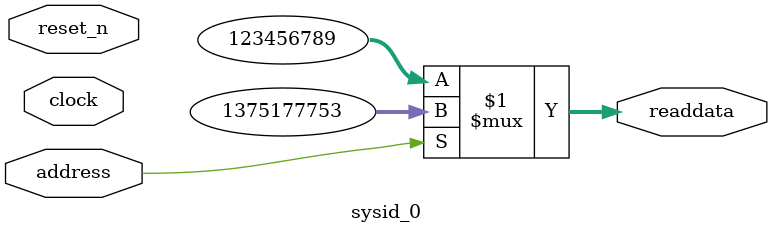
<source format=v>

`timescale 1ns / 1ps
// synthesis translate_on

// turn off superfluous verilog processor warnings 
// altera message_level Level1 
// altera message_off 10034 10035 10036 10037 10230 10240 10030 

module sysid_0 (
                 // inputs:
                  address,
                  clock,
                  reset_n,

                 // outputs:
                  readdata
               )
;

  output  [ 31: 0] readdata;
  input            address;
  input            clock;
  input            reset_n;

  wire    [ 31: 0] readdata;
  //control_slave, which is an e_avalon_slave
  assign readdata = address ? 1375177753 : 123456789;

endmodule


</source>
